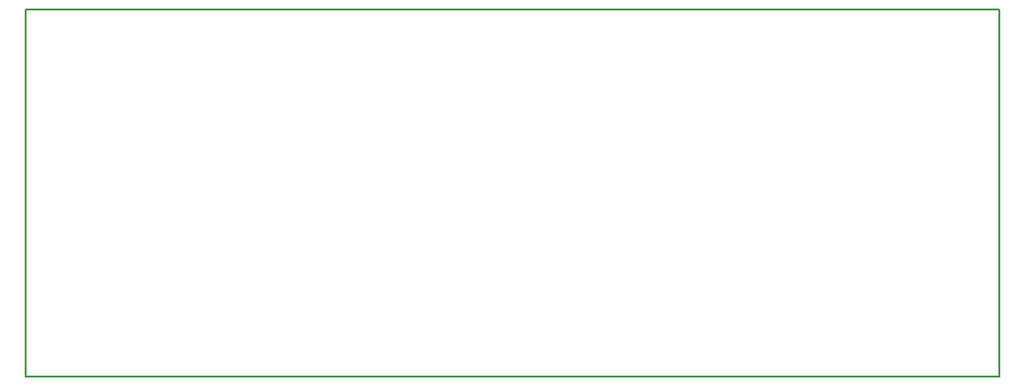
<source format=gm1>
G04 #@! TF.GenerationSoftware,KiCad,Pcbnew,(2017-09-19 revision dddaa7e69)-makepkg*
G04 #@! TF.CreationDate,2017-11-22T18:58:21+10:30*
G04 #@! TF.ProjectId,din_power_atm90e26,64696E5F706F7765725F61746D393065,rev?*
G04 #@! TF.SameCoordinates,Original*
G04 #@! TF.FileFunction,Profile,NP*
%FSLAX46Y46*%
G04 Gerber Fmt 4.6, Leading zero omitted, Abs format (unit mm)*
G04 Created by KiCad (PCBNEW (2017-09-19 revision dddaa7e69)-makepkg) date 11/22/17 18:58:21*
%MOMM*%
%LPD*%
G01*
G04 APERTURE LIST*
%ADD10C,0.150000*%
G04 APERTURE END LIST*
D10*
X192818000Y-78266000D02*
X105918000Y-78266000D01*
X192818000Y-45466000D02*
X192818000Y-78266000D01*
X105918000Y-45466000D02*
X192818000Y-45466000D01*
X105918000Y-78266000D02*
X105918000Y-45466000D01*
M02*

</source>
